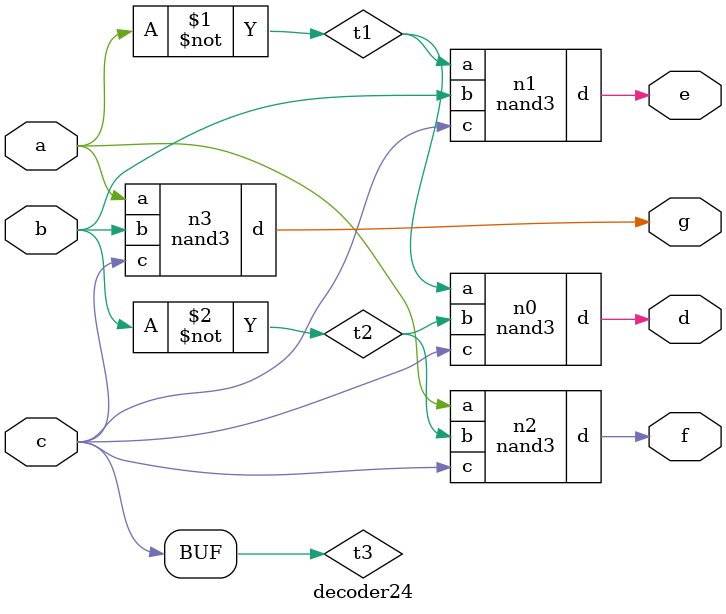
<source format=v>
module nand3(input wire a,b,c,output wire d);
assign d=(a&b&c);
endmodule

module decoder24(input wire a,b,c,output wire d,e,f,g);
wire t1,t2,t3;
assign t1=~a;
assign t2=~b;
assign t3=c;

nand3 n0(t1,t2,t3,d);
nand3 n1(t1,b,t3,e);
nand3 n2(a,t2,t3,f);
nand3 n3(a,b,t3,g);

endmodule

</source>
